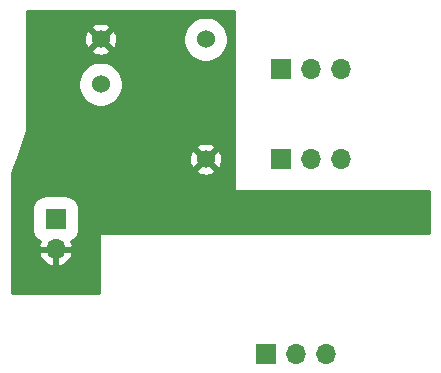
<source format=gbr>
G04 #@! TF.GenerationSoftware,KiCad,Pcbnew,(5.1.2)-2*
G04 #@! TF.CreationDate,2019-07-31T13:01:31-07:00*
G04 #@! TF.ProjectId,ER Valve Board,45522056-616c-4766-9520-426f6172642e,rev?*
G04 #@! TF.SameCoordinates,Original*
G04 #@! TF.FileFunction,Copper,L2,Bot*
G04 #@! TF.FilePolarity,Positive*
%FSLAX46Y46*%
G04 Gerber Fmt 4.6, Leading zero omitted, Abs format (unit mm)*
G04 Created by KiCad (PCBNEW (5.1.2)-2) date 2019-07-31 13:01:31*
%MOMM*%
%LPD*%
G04 APERTURE LIST*
%ADD10C,1.524000*%
%ADD11O,1.700000X1.700000*%
%ADD12R,1.700000X1.700000*%
%ADD13C,0.800000*%
%ADD14C,0.254000*%
G04 APERTURE END LIST*
D10*
X115570000Y-87630000D03*
X115570000Y-91440000D03*
X124460000Y-87630000D03*
X124460000Y-97790000D03*
D11*
X134620000Y-114300000D03*
X132080000Y-114300000D03*
D12*
X129540000Y-114300000D03*
X130810000Y-97790000D03*
D11*
X133350000Y-97790000D03*
X135890000Y-97790000D03*
D12*
X130810000Y-90170000D03*
D11*
X133350000Y-90170000D03*
X135890000Y-90170000D03*
D12*
X111760000Y-102870000D03*
D11*
X111760000Y-105410000D03*
D13*
X129540000Y-101600000D03*
X118110000Y-101600000D03*
X140970000Y-101600000D03*
D14*
G36*
X126873000Y-100330000D02*
G01*
X126875440Y-100354776D01*
X126882667Y-100378601D01*
X126894403Y-100400557D01*
X126910197Y-100419803D01*
X126929443Y-100435597D01*
X126951399Y-100447333D01*
X126975224Y-100454560D01*
X127000000Y-100457000D01*
X143383000Y-100457000D01*
X143383000Y-104013000D01*
X115570000Y-104013000D01*
X115545224Y-104015440D01*
X115521399Y-104022667D01*
X115499443Y-104034403D01*
X115480197Y-104050197D01*
X115464403Y-104069443D01*
X115452667Y-104091399D01*
X115445440Y-104115224D01*
X115443000Y-104140000D01*
X115443000Y-109093000D01*
X108077000Y-109093000D01*
X108077000Y-105766890D01*
X110318524Y-105766890D01*
X110363175Y-105914099D01*
X110488359Y-106176920D01*
X110662412Y-106410269D01*
X110878645Y-106605178D01*
X111128748Y-106754157D01*
X111403109Y-106851481D01*
X111633000Y-106730814D01*
X111633000Y-105537000D01*
X111887000Y-105537000D01*
X111887000Y-106730814D01*
X112116891Y-106851481D01*
X112391252Y-106754157D01*
X112641355Y-106605178D01*
X112857588Y-106410269D01*
X113031641Y-106176920D01*
X113156825Y-105914099D01*
X113201476Y-105766890D01*
X113080155Y-105537000D01*
X111887000Y-105537000D01*
X111633000Y-105537000D01*
X110439845Y-105537000D01*
X110318524Y-105766890D01*
X108077000Y-105766890D01*
X108077000Y-102020000D01*
X109761470Y-102020000D01*
X109761470Y-103720000D01*
X109783539Y-103944067D01*
X109848897Y-104159523D01*
X109955032Y-104358089D01*
X110097867Y-104532133D01*
X110271911Y-104674968D01*
X110432329Y-104760713D01*
X110363175Y-104905901D01*
X110318524Y-105053110D01*
X110439845Y-105283000D01*
X111633000Y-105283000D01*
X111633000Y-105263000D01*
X111887000Y-105263000D01*
X111887000Y-105283000D01*
X113080155Y-105283000D01*
X113201476Y-105053110D01*
X113156825Y-104905901D01*
X113087671Y-104760713D01*
X113248089Y-104674968D01*
X113422133Y-104532133D01*
X113564968Y-104358089D01*
X113671103Y-104159523D01*
X113736461Y-103944067D01*
X113758530Y-103720000D01*
X113758530Y-102020000D01*
X113736461Y-101795933D01*
X113671103Y-101580477D01*
X113564968Y-101381911D01*
X113422133Y-101207867D01*
X113248089Y-101065032D01*
X113049523Y-100958897D01*
X112834067Y-100893539D01*
X112610000Y-100871470D01*
X110910000Y-100871470D01*
X110685933Y-100893539D01*
X110470477Y-100958897D01*
X110271911Y-101065032D01*
X110097867Y-101207867D01*
X109955032Y-101381911D01*
X109848897Y-101580477D01*
X109783539Y-101795933D01*
X109761470Y-102020000D01*
X108077000Y-102020000D01*
X108077000Y-99080610D01*
X108185348Y-98755565D01*
X123674040Y-98755565D01*
X123741020Y-98995656D01*
X123990048Y-99112756D01*
X124257135Y-99179023D01*
X124532017Y-99191910D01*
X124804133Y-99150922D01*
X125063023Y-99057636D01*
X125178980Y-98995656D01*
X125245960Y-98755565D01*
X124460000Y-97969605D01*
X123674040Y-98755565D01*
X108185348Y-98755565D01*
X108483197Y-97862017D01*
X123058090Y-97862017D01*
X123099078Y-98134133D01*
X123192364Y-98393023D01*
X123254344Y-98508980D01*
X123494435Y-98575960D01*
X124280395Y-97790000D01*
X124639605Y-97790000D01*
X125425565Y-98575960D01*
X125665656Y-98508980D01*
X125782756Y-98259952D01*
X125849023Y-97992865D01*
X125861910Y-97717983D01*
X125820922Y-97445867D01*
X125727636Y-97186977D01*
X125665656Y-97071020D01*
X125425565Y-97004040D01*
X124639605Y-97790000D01*
X124280395Y-97790000D01*
X123494435Y-97004040D01*
X123254344Y-97071020D01*
X123137244Y-97320048D01*
X123070977Y-97587135D01*
X123058090Y-97862017D01*
X108483197Y-97862017D01*
X108829057Y-96824435D01*
X123674040Y-96824435D01*
X124460000Y-97610395D01*
X125245960Y-96824435D01*
X125178980Y-96584344D01*
X124929952Y-96467244D01*
X124662865Y-96400977D01*
X124387983Y-96388090D01*
X124115867Y-96429078D01*
X123856977Y-96522364D01*
X123741020Y-96584344D01*
X123674040Y-96824435D01*
X108829057Y-96824435D01*
X109340483Y-95290161D01*
X109346003Y-95265884D01*
X109347000Y-95250000D01*
X109347000Y-91252374D01*
X113665000Y-91252374D01*
X113665000Y-91627626D01*
X113738209Y-91995668D01*
X113881811Y-92342356D01*
X114090290Y-92654366D01*
X114355634Y-92919710D01*
X114667644Y-93128189D01*
X115014332Y-93271791D01*
X115382374Y-93345000D01*
X115757626Y-93345000D01*
X116125668Y-93271791D01*
X116472356Y-93128189D01*
X116784366Y-92919710D01*
X117049710Y-92654366D01*
X117258189Y-92342356D01*
X117401791Y-91995668D01*
X117475000Y-91627626D01*
X117475000Y-91252374D01*
X117401791Y-90884332D01*
X117258189Y-90537644D01*
X117049710Y-90225634D01*
X116784366Y-89960290D01*
X116472356Y-89751811D01*
X116125668Y-89608209D01*
X115757626Y-89535000D01*
X115382374Y-89535000D01*
X115014332Y-89608209D01*
X114667644Y-89751811D01*
X114355634Y-89960290D01*
X114090290Y-90225634D01*
X113881811Y-90537644D01*
X113738209Y-90884332D01*
X113665000Y-91252374D01*
X109347000Y-91252374D01*
X109347000Y-88595565D01*
X114784040Y-88595565D01*
X114851020Y-88835656D01*
X115100048Y-88952756D01*
X115367135Y-89019023D01*
X115642017Y-89031910D01*
X115914133Y-88990922D01*
X116173023Y-88897636D01*
X116288980Y-88835656D01*
X116355960Y-88595565D01*
X115570000Y-87809605D01*
X114784040Y-88595565D01*
X109347000Y-88595565D01*
X109347000Y-87702017D01*
X114168090Y-87702017D01*
X114209078Y-87974133D01*
X114302364Y-88233023D01*
X114364344Y-88348980D01*
X114604435Y-88415960D01*
X115390395Y-87630000D01*
X115749605Y-87630000D01*
X116535565Y-88415960D01*
X116775656Y-88348980D01*
X116892756Y-88099952D01*
X116959023Y-87832865D01*
X116971910Y-87557983D01*
X116954497Y-87442374D01*
X122555000Y-87442374D01*
X122555000Y-87817626D01*
X122628209Y-88185668D01*
X122771811Y-88532356D01*
X122980290Y-88844366D01*
X123245634Y-89109710D01*
X123557644Y-89318189D01*
X123904332Y-89461791D01*
X124272374Y-89535000D01*
X124647626Y-89535000D01*
X125015668Y-89461791D01*
X125362356Y-89318189D01*
X125674366Y-89109710D01*
X125939710Y-88844366D01*
X126148189Y-88532356D01*
X126291791Y-88185668D01*
X126365000Y-87817626D01*
X126365000Y-87442374D01*
X126291791Y-87074332D01*
X126148189Y-86727644D01*
X125939710Y-86415634D01*
X125674366Y-86150290D01*
X125362356Y-85941811D01*
X125015668Y-85798209D01*
X124647626Y-85725000D01*
X124272374Y-85725000D01*
X123904332Y-85798209D01*
X123557644Y-85941811D01*
X123245634Y-86150290D01*
X122980290Y-86415634D01*
X122771811Y-86727644D01*
X122628209Y-87074332D01*
X122555000Y-87442374D01*
X116954497Y-87442374D01*
X116930922Y-87285867D01*
X116837636Y-87026977D01*
X116775656Y-86911020D01*
X116535565Y-86844040D01*
X115749605Y-87630000D01*
X115390395Y-87630000D01*
X114604435Y-86844040D01*
X114364344Y-86911020D01*
X114247244Y-87160048D01*
X114180977Y-87427135D01*
X114168090Y-87702017D01*
X109347000Y-87702017D01*
X109347000Y-86664435D01*
X114784040Y-86664435D01*
X115570000Y-87450395D01*
X116355960Y-86664435D01*
X116288980Y-86424344D01*
X116039952Y-86307244D01*
X115772865Y-86240977D01*
X115497983Y-86228090D01*
X115225867Y-86269078D01*
X114966977Y-86362364D01*
X114851020Y-86424344D01*
X114784040Y-86664435D01*
X109347000Y-86664435D01*
X109347000Y-85217000D01*
X126873000Y-85217000D01*
X126873000Y-100330000D01*
X126873000Y-100330000D01*
G37*
X126873000Y-100330000D02*
X126875440Y-100354776D01*
X126882667Y-100378601D01*
X126894403Y-100400557D01*
X126910197Y-100419803D01*
X126929443Y-100435597D01*
X126951399Y-100447333D01*
X126975224Y-100454560D01*
X127000000Y-100457000D01*
X143383000Y-100457000D01*
X143383000Y-104013000D01*
X115570000Y-104013000D01*
X115545224Y-104015440D01*
X115521399Y-104022667D01*
X115499443Y-104034403D01*
X115480197Y-104050197D01*
X115464403Y-104069443D01*
X115452667Y-104091399D01*
X115445440Y-104115224D01*
X115443000Y-104140000D01*
X115443000Y-109093000D01*
X108077000Y-109093000D01*
X108077000Y-105766890D01*
X110318524Y-105766890D01*
X110363175Y-105914099D01*
X110488359Y-106176920D01*
X110662412Y-106410269D01*
X110878645Y-106605178D01*
X111128748Y-106754157D01*
X111403109Y-106851481D01*
X111633000Y-106730814D01*
X111633000Y-105537000D01*
X111887000Y-105537000D01*
X111887000Y-106730814D01*
X112116891Y-106851481D01*
X112391252Y-106754157D01*
X112641355Y-106605178D01*
X112857588Y-106410269D01*
X113031641Y-106176920D01*
X113156825Y-105914099D01*
X113201476Y-105766890D01*
X113080155Y-105537000D01*
X111887000Y-105537000D01*
X111633000Y-105537000D01*
X110439845Y-105537000D01*
X110318524Y-105766890D01*
X108077000Y-105766890D01*
X108077000Y-102020000D01*
X109761470Y-102020000D01*
X109761470Y-103720000D01*
X109783539Y-103944067D01*
X109848897Y-104159523D01*
X109955032Y-104358089D01*
X110097867Y-104532133D01*
X110271911Y-104674968D01*
X110432329Y-104760713D01*
X110363175Y-104905901D01*
X110318524Y-105053110D01*
X110439845Y-105283000D01*
X111633000Y-105283000D01*
X111633000Y-105263000D01*
X111887000Y-105263000D01*
X111887000Y-105283000D01*
X113080155Y-105283000D01*
X113201476Y-105053110D01*
X113156825Y-104905901D01*
X113087671Y-104760713D01*
X113248089Y-104674968D01*
X113422133Y-104532133D01*
X113564968Y-104358089D01*
X113671103Y-104159523D01*
X113736461Y-103944067D01*
X113758530Y-103720000D01*
X113758530Y-102020000D01*
X113736461Y-101795933D01*
X113671103Y-101580477D01*
X113564968Y-101381911D01*
X113422133Y-101207867D01*
X113248089Y-101065032D01*
X113049523Y-100958897D01*
X112834067Y-100893539D01*
X112610000Y-100871470D01*
X110910000Y-100871470D01*
X110685933Y-100893539D01*
X110470477Y-100958897D01*
X110271911Y-101065032D01*
X110097867Y-101207867D01*
X109955032Y-101381911D01*
X109848897Y-101580477D01*
X109783539Y-101795933D01*
X109761470Y-102020000D01*
X108077000Y-102020000D01*
X108077000Y-99080610D01*
X108185348Y-98755565D01*
X123674040Y-98755565D01*
X123741020Y-98995656D01*
X123990048Y-99112756D01*
X124257135Y-99179023D01*
X124532017Y-99191910D01*
X124804133Y-99150922D01*
X125063023Y-99057636D01*
X125178980Y-98995656D01*
X125245960Y-98755565D01*
X124460000Y-97969605D01*
X123674040Y-98755565D01*
X108185348Y-98755565D01*
X108483197Y-97862017D01*
X123058090Y-97862017D01*
X123099078Y-98134133D01*
X123192364Y-98393023D01*
X123254344Y-98508980D01*
X123494435Y-98575960D01*
X124280395Y-97790000D01*
X124639605Y-97790000D01*
X125425565Y-98575960D01*
X125665656Y-98508980D01*
X125782756Y-98259952D01*
X125849023Y-97992865D01*
X125861910Y-97717983D01*
X125820922Y-97445867D01*
X125727636Y-97186977D01*
X125665656Y-97071020D01*
X125425565Y-97004040D01*
X124639605Y-97790000D01*
X124280395Y-97790000D01*
X123494435Y-97004040D01*
X123254344Y-97071020D01*
X123137244Y-97320048D01*
X123070977Y-97587135D01*
X123058090Y-97862017D01*
X108483197Y-97862017D01*
X108829057Y-96824435D01*
X123674040Y-96824435D01*
X124460000Y-97610395D01*
X125245960Y-96824435D01*
X125178980Y-96584344D01*
X124929952Y-96467244D01*
X124662865Y-96400977D01*
X124387983Y-96388090D01*
X124115867Y-96429078D01*
X123856977Y-96522364D01*
X123741020Y-96584344D01*
X123674040Y-96824435D01*
X108829057Y-96824435D01*
X109340483Y-95290161D01*
X109346003Y-95265884D01*
X109347000Y-95250000D01*
X109347000Y-91252374D01*
X113665000Y-91252374D01*
X113665000Y-91627626D01*
X113738209Y-91995668D01*
X113881811Y-92342356D01*
X114090290Y-92654366D01*
X114355634Y-92919710D01*
X114667644Y-93128189D01*
X115014332Y-93271791D01*
X115382374Y-93345000D01*
X115757626Y-93345000D01*
X116125668Y-93271791D01*
X116472356Y-93128189D01*
X116784366Y-92919710D01*
X117049710Y-92654366D01*
X117258189Y-92342356D01*
X117401791Y-91995668D01*
X117475000Y-91627626D01*
X117475000Y-91252374D01*
X117401791Y-90884332D01*
X117258189Y-90537644D01*
X117049710Y-90225634D01*
X116784366Y-89960290D01*
X116472356Y-89751811D01*
X116125668Y-89608209D01*
X115757626Y-89535000D01*
X115382374Y-89535000D01*
X115014332Y-89608209D01*
X114667644Y-89751811D01*
X114355634Y-89960290D01*
X114090290Y-90225634D01*
X113881811Y-90537644D01*
X113738209Y-90884332D01*
X113665000Y-91252374D01*
X109347000Y-91252374D01*
X109347000Y-88595565D01*
X114784040Y-88595565D01*
X114851020Y-88835656D01*
X115100048Y-88952756D01*
X115367135Y-89019023D01*
X115642017Y-89031910D01*
X115914133Y-88990922D01*
X116173023Y-88897636D01*
X116288980Y-88835656D01*
X116355960Y-88595565D01*
X115570000Y-87809605D01*
X114784040Y-88595565D01*
X109347000Y-88595565D01*
X109347000Y-87702017D01*
X114168090Y-87702017D01*
X114209078Y-87974133D01*
X114302364Y-88233023D01*
X114364344Y-88348980D01*
X114604435Y-88415960D01*
X115390395Y-87630000D01*
X115749605Y-87630000D01*
X116535565Y-88415960D01*
X116775656Y-88348980D01*
X116892756Y-88099952D01*
X116959023Y-87832865D01*
X116971910Y-87557983D01*
X116954497Y-87442374D01*
X122555000Y-87442374D01*
X122555000Y-87817626D01*
X122628209Y-88185668D01*
X122771811Y-88532356D01*
X122980290Y-88844366D01*
X123245634Y-89109710D01*
X123557644Y-89318189D01*
X123904332Y-89461791D01*
X124272374Y-89535000D01*
X124647626Y-89535000D01*
X125015668Y-89461791D01*
X125362356Y-89318189D01*
X125674366Y-89109710D01*
X125939710Y-88844366D01*
X126148189Y-88532356D01*
X126291791Y-88185668D01*
X126365000Y-87817626D01*
X126365000Y-87442374D01*
X126291791Y-87074332D01*
X126148189Y-86727644D01*
X125939710Y-86415634D01*
X125674366Y-86150290D01*
X125362356Y-85941811D01*
X125015668Y-85798209D01*
X124647626Y-85725000D01*
X124272374Y-85725000D01*
X123904332Y-85798209D01*
X123557644Y-85941811D01*
X123245634Y-86150290D01*
X122980290Y-86415634D01*
X122771811Y-86727644D01*
X122628209Y-87074332D01*
X122555000Y-87442374D01*
X116954497Y-87442374D01*
X116930922Y-87285867D01*
X116837636Y-87026977D01*
X116775656Y-86911020D01*
X116535565Y-86844040D01*
X115749605Y-87630000D01*
X115390395Y-87630000D01*
X114604435Y-86844040D01*
X114364344Y-86911020D01*
X114247244Y-87160048D01*
X114180977Y-87427135D01*
X114168090Y-87702017D01*
X109347000Y-87702017D01*
X109347000Y-86664435D01*
X114784040Y-86664435D01*
X115570000Y-87450395D01*
X116355960Y-86664435D01*
X116288980Y-86424344D01*
X116039952Y-86307244D01*
X115772865Y-86240977D01*
X115497983Y-86228090D01*
X115225867Y-86269078D01*
X114966977Y-86362364D01*
X114851020Y-86424344D01*
X114784040Y-86664435D01*
X109347000Y-86664435D01*
X109347000Y-85217000D01*
X126873000Y-85217000D01*
X126873000Y-100330000D01*
M02*

</source>
